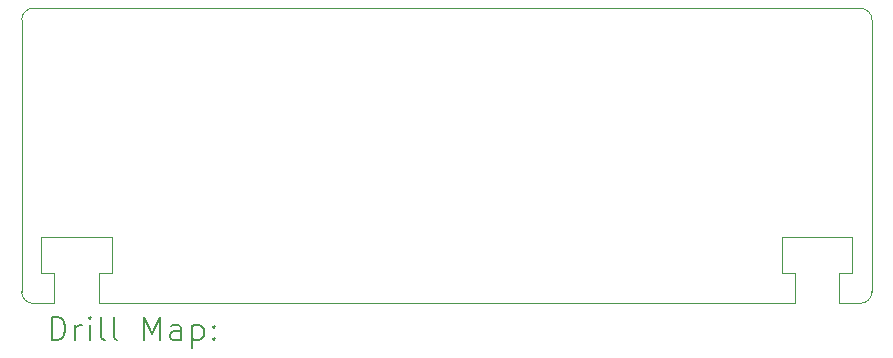
<source format=gbr>
%FSLAX45Y45*%
G04 Gerber Fmt 4.5, Leading zero omitted, Abs format (unit mm)*
G04 Created by KiCad (PCBNEW (6.0.2)) date 2022-04-04 11:24:25*
%MOMM*%
%LPD*%
G01*
G04 APERTURE LIST*
%TA.AperFunction,Profile*%
%ADD10C,0.050000*%
%TD*%
%ADD11C,0.200000*%
G04 APERTURE END LIST*
D10*
X9411600Y-9701800D02*
X10011600Y-9701800D01*
X16346100Y-10261800D02*
G75*
G03*
X16446100Y-10161800I0J100000D01*
G01*
X16280600Y-9701800D02*
X16280600Y-10001800D01*
X15792600Y-10261800D02*
X9899600Y-10261800D01*
X9246100Y-7861800D02*
X9246100Y-10161800D01*
X10011600Y-9701800D02*
X10011600Y-10001800D01*
X9523600Y-10261800D02*
X9346100Y-10261800D01*
X9411600Y-10001800D02*
X9411600Y-9701800D01*
X16346100Y-7761800D02*
X9346100Y-7761800D01*
X16168600Y-10261800D02*
X16346100Y-10261800D01*
X9523600Y-10261800D02*
X9523600Y-10001800D01*
X9346100Y-7761800D02*
G75*
G03*
X9246100Y-7861800I0J-100000D01*
G01*
X16280600Y-10001800D02*
X16168600Y-10001800D01*
X15680600Y-9701800D02*
X16280600Y-9701800D01*
X15792600Y-10261800D02*
X15792600Y-10001800D01*
X15792600Y-10001800D02*
X15680600Y-10001800D01*
X9899600Y-10001800D02*
X9899600Y-10261800D01*
X9523600Y-10001800D02*
X9411600Y-10001800D01*
X16446100Y-7861800D02*
G75*
G03*
X16346100Y-7761800I-100000J0D01*
G01*
X15680600Y-10001800D02*
X15680600Y-9701800D01*
X10011600Y-10001800D02*
X9899600Y-10001800D01*
X9246100Y-10161800D02*
G75*
G03*
X9346100Y-10261800I100000J0D01*
G01*
X16446100Y-10161800D02*
X16446100Y-7861800D01*
X16168600Y-10001800D02*
X16168600Y-10261800D01*
D11*
X9501219Y-10574776D02*
X9501219Y-10374776D01*
X9548838Y-10374776D01*
X9577410Y-10384300D01*
X9596457Y-10403348D01*
X9605981Y-10422395D01*
X9615505Y-10460490D01*
X9615505Y-10489062D01*
X9605981Y-10527157D01*
X9596457Y-10546205D01*
X9577410Y-10565252D01*
X9548838Y-10574776D01*
X9501219Y-10574776D01*
X9701219Y-10574776D02*
X9701219Y-10441443D01*
X9701219Y-10479538D02*
X9710743Y-10460490D01*
X9720267Y-10450967D01*
X9739314Y-10441443D01*
X9758362Y-10441443D01*
X9825029Y-10574776D02*
X9825029Y-10441443D01*
X9825029Y-10374776D02*
X9815505Y-10384300D01*
X9825029Y-10393824D01*
X9834552Y-10384300D01*
X9825029Y-10374776D01*
X9825029Y-10393824D01*
X9948838Y-10574776D02*
X9929790Y-10565252D01*
X9920267Y-10546205D01*
X9920267Y-10374776D01*
X10053600Y-10574776D02*
X10034552Y-10565252D01*
X10025029Y-10546205D01*
X10025029Y-10374776D01*
X10282171Y-10574776D02*
X10282171Y-10374776D01*
X10348838Y-10517633D01*
X10415505Y-10374776D01*
X10415505Y-10574776D01*
X10596457Y-10574776D02*
X10596457Y-10470014D01*
X10586933Y-10450967D01*
X10567886Y-10441443D01*
X10529790Y-10441443D01*
X10510743Y-10450967D01*
X10596457Y-10565252D02*
X10577410Y-10574776D01*
X10529790Y-10574776D01*
X10510743Y-10565252D01*
X10501219Y-10546205D01*
X10501219Y-10527157D01*
X10510743Y-10508110D01*
X10529790Y-10498586D01*
X10577410Y-10498586D01*
X10596457Y-10489062D01*
X10691695Y-10441443D02*
X10691695Y-10641443D01*
X10691695Y-10450967D02*
X10710743Y-10441443D01*
X10748838Y-10441443D01*
X10767886Y-10450967D01*
X10777410Y-10460490D01*
X10786933Y-10479538D01*
X10786933Y-10536681D01*
X10777410Y-10555729D01*
X10767886Y-10565252D01*
X10748838Y-10574776D01*
X10710743Y-10574776D01*
X10691695Y-10565252D01*
X10872648Y-10555729D02*
X10882171Y-10565252D01*
X10872648Y-10574776D01*
X10863124Y-10565252D01*
X10872648Y-10555729D01*
X10872648Y-10574776D01*
X10872648Y-10450967D02*
X10882171Y-10460490D01*
X10872648Y-10470014D01*
X10863124Y-10460490D01*
X10872648Y-10450967D01*
X10872648Y-10470014D01*
M02*

</source>
